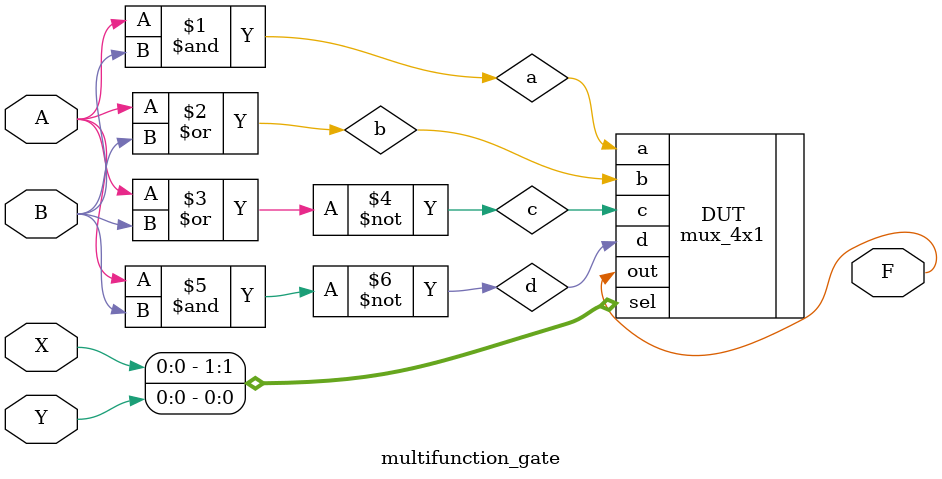
<source format=v>
`timescale 1ns / 1ps


module multifunction_gate(output F, input A, B, X, Y);
wire a,b,c,d;

and g1(a, A,B);
or g2(b, A,B);
nor g3(c, A,B);
nand g4(d, A,B);

mux_4x1 DUT(.out(F), .a(a), .b(b), .c(c), .d(d), .sel({X,Y}));

endmodule

</source>
